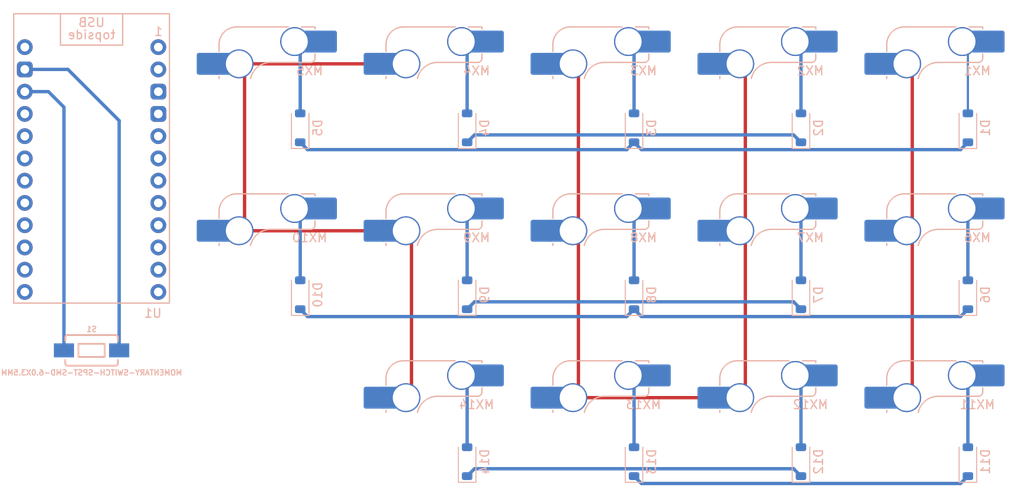
<source format=kicad_pcb>
(kicad_pcb (version 20221018) (generator pcbnew)
  (layers (0 "F.Cu" signal) (31 "B.Cu" signal) (34 "B.Paste" user) (35 "F.Paste" user) (36 "B.SilkS" user "B.Silkscreen") (37 "F.SilkS" user "F.Silkscreen") (38 "B.Mask" user) (39 "F.Mask" user) (44 "Edge.Cuts" user))
  (net 0 "")
  (net 1 "ROW0")
  (net 2 "Net-(D1-A)")
  (net 3 "ROW1")
  (net 4 "Net-(D2-A)")
  (net 5 "Net-(D3-A)")
  (net 6 "Net-(D4-A)")
  (net 7 "ROW2")
  (net 8 "Net-(D5-A)")
  (net 9 "ROW3")
  (net 10 "Net-(D6-A)")
  (net 11 "Net-(D7-A)")
  (net 12 "Net-(D8-A)")
  (net 13 "ROW4")
  (net 14 "Net-(D9-A)")
  (net 15 "ROW5")
  (net 16 "Net-(D10-A)")
  (net 17 "Net-(D11-A)")
  (net 18 "Net-(D12-A)")
  (net 19 "Net-(D13-A)")
  (net 20 "Net-(D14-A)")
  (net 21 "COL0")
  (net 22 "COL1")
  (net 23 "GND")
  (net 24 "Net-(U1-RST)")
  (net 47 "COL2")
  (footprint "marbastlib-mx:SW_MX_HS_1u" (layer "B.Cu") (at 153.9875 65.0875 180)
    (fp_text reference "MX2" (at -4.25 1.75) (layer "B.SilkS") (effects (justify mirror)))
    (fp_text value "MX_SW_HS" hide)
    (pad "" np_thru_hole circle (at -5.08 0 180) (size 1.75 1.75) (drill 1.75) (layers "*.Cu" "*.Mask"))
    (pad "" np_thru_hole circle (at 0 0 180) (size 3.9878 3.9878) (drill 3.9878) (layers "*.Cu" "*.Mask"))
    (pad "" np_thru_hole circle (at 5.08 0 180) (size 1.75 1.75) (drill 1.75) (layers "*.Cu" "*.Mask"))
    (pad "1" thru_hole circle (at 3.81 2.54 180) (size 3.3 3.3) (drill 3) (layers "*.Cu" "*.Mask") (net 22 "COL1"))
    (pad "1" smd rect (at 5.635 2.54) (size 1.65 2.5) (layers "B.Cu") (net 22 "COL1"))
    (pad "1" smd roundrect (at 7.36 2.54 180) (size 2.55 2.5) (layers "B.Cu" "B.Paste" "B.Mask") (roundrect_rratio 0.1) (net 22 "COL1"))
    (pad "2" smd roundrect (at -6.09 5.08 180) (size 2.55 2.5) (layers "B.Cu" "B.Paste" "B.Mask") (roundrect_rratio 0.1) (net 4 "Net-(D2-A)"))
    (pad "2" smd rect (at -4.34 5.08 180) (size 1.65 2.5) (layers "B.Cu") (net 4 "Net-(D2-A)"))
    (pad "2" thru_hole circle (at -2.54 5.08 180) (size 3.3 3.3) (drill 3) (layers "*.Cu" "*.Mask") (net 4 "Net-(D2-A)"))
  )
  (footprint "marbastlib-mx:SW_MX_HS_1u" (layer "B.Cu") (at 96.8375 65.0875 180)
    (fp_text reference "MX5" (at -4.25 1.75) (layer "B.SilkS") (effects (justify mirror)))
    (fp_text value "MX_SW_HS" hide)
    (pad "" np_thru_hole circle (at -5.08 0 180) (size 1.75 1.75) (drill 1.75) (layers "*.Cu" "*.Mask"))
    (pad "" np_thru_hole circle (at 0 0 180) (size 3.9878 3.9878) (drill 3.9878) (layers "*.Cu" "*.Mask"))
    (pad "" np_thru_hole circle (at 5.08 0 180) (size 1.75 1.75) (drill 1.75) (layers "*.Cu" "*.Mask"))
    (pad "1" thru_hole circle (at 3.81 2.54 180) (size 3.3 3.3) (drill 3) (layers "*.Cu" "*.Mask") (net 21 "COL0"))
    (pad "1" smd rect (at 5.635 2.54) (size 1.65 2.5) (layers "B.Cu") (net 21 "COL0"))
    (pad "1" smd roundrect (at 7.36 2.54 180) (size 2.55 2.5) (layers "B.Cu" "B.Paste" "B.Mask") (roundrect_rratio 0.1) (net 21 "COL0"))
    (pad "2" smd roundrect (at -6.09 5.08 180) (size 2.55 2.5) (layers "B.Cu" "B.Paste" "B.Mask") (roundrect_rratio 0.1) (net 8 "Net-(D5-A)"))
    (pad "2" smd rect (at -4.34 5.08 180) (size 1.65 2.5) (layers "B.Cu") (net 8 "Net-(D5-A)"))
    (pad "2" thru_hole circle (at -2.54 5.08 180) (size 3.3 3.3) (drill 3) (layers "*.Cu" "*.Mask") (net 8 "Net-(D5-A)"))
  )
  (footprint "Switches:TACTILE_SWITCH_SMD_6.0X3.5MM" (layer "B.Cu") (at 76.2 95.25 180)
    (fp_text reference "S1" (at 0 2.413) (layer "B.SilkS") (effects (font (size 0.6096 0.6096) (thickness 0.127)) (justify mirror)))
    (fp_text value "MOMENTARY-SWITCH-SPST-SMD-6.0X3.5MM" (at 0 -2.54) (layer "B.SilkS") (effects (font (size 0.6096 0.6096) (thickness 0.127)) (justify mirror)))
    (pad "1" smd rect (at -3.1496 0) (size 2.2987 1.59766) (layers "B.Cu" "B.Paste" "B.Mask") (net 23 "GND"))
    (pad "2" smd rect (at 3.1496 0) (size 2.2987 1.59766) (layers "B.Cu" "B.Paste" "B.Mask") (net 24 "Net-(U1-RST)"))
  )
  (footprint "marbastlib-mx:SW_MX_HS_1u" (layer "B.Cu") (at 173.0375 84.1375 180)
    (fp_text reference "MX6" (at -4.25 1.75) (layer "B.SilkS") (effects (justify mirror)))
    (fp_text value "MX_SW_HS" hide)
    (pad "" np_thru_hole circle (at -5.08 0 180) (size 1.75 1.75) (drill 1.75) (layers "*.Cu" "*.Mask"))
    (pad "" np_thru_hole circle (at 0 0 180) (size 3.9878 3.9878) (drill 3.9878) (layers "*.Cu" "*.Mask"))
    (pad "" np_thru_hole circle (at 5.08 0 180) (size 1.75 1.75) (drill 1.75) (layers "*.Cu" "*.Mask"))
    (pad "1" thru_hole circle (at 3.81 2.54 180) (size 3.3 3.3) (drill 3) (layers "*.Cu" "*.Mask") (net 47 "COL2"))
    (pad "1" smd rect (at 5.635 2.54) (size 1.65 2.5) (layers "B.Cu") (net 47 "COL2"))
    (pad "1" smd roundrect (at 7.36 2.54 180) (size 2.55 2.5) (layers "B.Cu" "B.Paste" "B.Mask") (roundrect_rratio 0.1) (net 47 "COL2"))
    (pad "2" smd roundrect (at -6.09 5.08 180) (size 2.55 2.5) (layers "B.Cu" "B.Paste" "B.Mask") (roundrect_rratio 0.1) (net 10 "Net-(D6-A)"))
    (pad "2" smd rect (at -4.34 5.08 180) (size 1.65 2.5) (layers "B.Cu") (net 10 "Net-(D6-A)"))
    (pad "2" thru_hole circle (at -2.54 5.08 180) (size 3.3 3.3) (drill 3) (layers "*.Cu" "*.Mask") (net 10 "Net-(D6-A)"))
  )
  (footprint "marbastlib-mx:SW_MX_HS_1u" (layer "B.Cu") (at 134.9375 103.1875 180)
    (fp_text reference "MX13" (at -4.25 1.75) (layer "B.SilkS") (effects (justify mirror)))
    (fp_text value "MX_SW_HS" hide)
    (pad "" np_thru_hole circle (at -5.08 0 180) (size 1.75 1.75) (drill 1.75) (layers "*.Cu" "*.Mask"))
    (pad "" np_thru_hole circle (at 0 0 180) (size 3.9878 3.9878) (drill 3.9878) (layers "*.Cu" "*.Mask"))
    (pad "" np_thru_hole circle (at 5.08 0 180) (size 1.75 1.75) (drill 1.75) (layers "*.Cu" "*.Mask"))
    (pad "1" thru_hole circle (at 3.81 2.54 180) (size 3.3 3.3) (drill 3) (layers "*.Cu" "*.Mask") (net 22 "COL1"))
    (pad "1" smd rect (at 5.635 2.54) (size 1.65 2.5) (layers "B.Cu") (net 22 "COL1"))
    (pad "1" smd roundrect (at 7.36 2.54 180) (size 2.55 2.5) (layers "B.Cu" "B.Paste" "B.Mask") (roundrect_rratio 0.1) (net 22 "COL1"))
    (pad "2" smd roundrect (at -6.09 5.08 180) (size 2.55 2.5) (layers "B.Cu" "B.Paste" "B.Mask") (roundrect_rratio 0.1) (net 19 "Net-(D13-A)"))
    (pad "2" smd rect (at -4.34 5.08 180) (size 1.65 2.5) (layers "B.Cu") (net 19 "Net-(D13-A)"))
    (pad "2" thru_hole circle (at -2.54 5.08 180) (size 3.3 3.3) (drill 3) (layers "*.Cu" "*.Mask") (net 19 "Net-(D13-A)"))
  )
  (footprint "Diode_SMD:D_SOD-123" (layer "B.Cu") (at 157.1625 69.85 90)
    (fp_text reference "D2" (at 0 2 90) (layer "B.SilkS") (effects (justify mirror)))
    (fp_text value "D_Small")
    (pad "1" smd roundrect (at -1.65 0 90) (size 0.9 1.2) (layers "B.Cu" "B.Paste" "B.Mask") (net 1 "ROW0"))
    (pad "2" smd roundrect (at 1.65 0 90) (size 0.9 1.2) (layers "B.Cu" "B.Paste" "B.Mask") (net 4 "Net-(D2-A)"))
  )
  (footprint "Diode_SMD:D_SOD-123" (layer "B.Cu") (at 119.0625 107.95 90)
    (fp_text reference "D14" (at 0 2 90) (layer "B.SilkS") (effects (justify mirror)))
    (fp_text value "D_Small")
    (pad "1" smd roundrect (at -1.65 0 90) (size 0.9 1.2) (layers "B.Cu" "B.Paste" "B.Mask") (net 13 "ROW4"))
    (pad "2" smd roundrect (at 1.65 0 90) (size 0.9 1.2) (layers "B.Cu" "B.Paste" "B.Mask") (net 20 "Net-(D14-A)"))
  )
  (footprint "marbastlib-mx:SW_MX_HS_1u" (layer "B.Cu") (at 153.9875 103.1875 180)
    (fp_text reference "MX12" (at -4.25 1.75) (layer "B.SilkS") (effects (justify mirror)))
    (fp_text value "MX_SW_HS" hide)
    (pad "" np_thru_hole circle (at -5.08 0 180) (size 1.75 1.75) (drill 1.75) (layers "*.Cu" "*.Mask"))
    (pad "" np_thru_hole circle (at 0 0 180) (size 3.9878 3.9878) (drill 3.9878) (layers "*.Cu" "*.Mask"))
    (pad "" np_thru_hole circle (at 5.08 0 180) (size 1.75 1.75) (drill 1.75) (layers "*.Cu" "*.Mask"))
    (pad "1" thru_hole circle (at 3.81 2.54 180) (size 3.3 3.3) (drill 3) (layers "*.Cu" "*.Mask") (net 22 "COL1"))
    (pad "1" smd rect (at 5.635 2.54) (size 1.65 2.5) (layers "B.Cu") (net 22 "COL1"))
    (pad "1" smd roundrect (at 7.36 2.54 180) (size 2.55 2.5) (layers "B.Cu" "B.Paste" "B.Mask") (roundrect_rratio 0.1) (net 22 "COL1"))
    (pad "2" smd roundrect (at -6.09 5.08 180) (size 2.55 2.5) (layers "B.Cu" "B.Paste" "B.Mask") (roundrect_rratio 0.1) (net 18 "Net-(D12-A)"))
    (pad "2" smd rect (at -4.34 5.08 180) (size 1.65 2.5) (layers "B.Cu") (net 18 "Net-(D12-A)"))
    (pad "2" thru_hole circle (at -2.54 5.08 180) (size 3.3 3.3) (drill 3) (layers "*.Cu" "*.Mask") (net 18 "Net-(D12-A)"))
  )
  (footprint "marbastlib-mx:SW_MX_HS_1u" (layer "B.Cu") (at 173.0375 103.1875 180)
    (fp_text reference "MX11" (at -4.25 1.75) (layer "B.SilkS") (effects (justify mirror)))
    (fp_text value "MX_SW_HS" hide)
    (pad "" np_thru_hole circle (at -5.08 0 180) (size 1.75 1.75) (drill 1.75) (layers "*.Cu" "*.Mask"))
    (pad "" np_thru_hole circle (at 0 0 180) (size 3.9878 3.9878) (drill 3.9878) (layers "*.Cu" "*.Mask"))
    (pad "" np_thru_hole circle (at 5.08 0 180) (size 1.75 1.75) (drill 1.75) (layers "*.Cu" "*.Mask"))
    (pad "1" thru_hole circle (at 3.81 2.54 180) (size 3.3 3.3) (drill 3) (layers "*.Cu" "*.Mask") (net 47 "COL2"))
    (pad "1" smd rect (at 5.635 2.54) (size 1.65 2.5) (layers "B.Cu") (net 47 "COL2"))
    (pad "1" smd roundrect (at 7.36 2.54 180) (size 2.55 2.5) (layers "B.Cu" "B.Paste" "B.Mask") (roundrect_rratio 0.1) (net 47 "COL2"))
    (pad "2" smd roundrect (at -6.09 5.08 180) (size 2.55 2.5) (layers "B.Cu" "B.Paste" "B.Mask") (roundrect_rratio 0.1) (net 17 "Net-(D11-A)"))
    (pad "2" smd rect (at -4.34 5.08 180) (size 1.65 2.5) (layers "B.Cu") (net 17 "Net-(D11-A)"))
    (pad "2" thru_hole circle (at -2.54 5.08 180) (size 3.3 3.3) (drill 3) (layers "*.Cu" "*.Mask") (net 17 "Net-(D11-A)"))
  )
  (footprint "Diode_SMD:D_SOD-123" (layer "B.Cu") (at 157.1625 88.9 90)
    (fp_text reference "D7" (at 0 2 90) (layer "B.SilkS") (effects (justify mirror)))
    (fp_text value "D_Small")
    (pad "1" smd roundrect (at -1.65 0 90) (size 0.9 1.2) (layers "B.Cu" "B.Paste" "B.Mask") (net 7 "ROW2"))
    (pad "2" smd roundrect (at 1.65 0 90) (size 0.9 1.2) (layers "B.Cu" "B.Paste" "B.Mask") (net 11 "Net-(D7-A)"))
  )
  (footprint "marbastlib-mx:SW_MX_HS_1u" (layer "B.Cu") (at 153.9875 84.1375 180)
    (fp_text reference "MX7" (at -4.25 1.75) (layer "B.SilkS") (effects (justify mirror)))
    (fp_text value "MX_SW_HS" hide)
    (pad "" np_thru_hole circle (at -5.08 0 180) (size 1.75 1.75) (drill 1.75) (layers "*.Cu" "*.Mask"))
    (pad "" np_thru_hole circle (at 0 0 180) (size 3.9878 3.9878) (drill 3.9878) (layers "*.Cu" "*.Mask"))
    (pad "" np_thru_hole circle (at 5.08 0 180) (size 1.75 1.75) (drill 1.75) (layers "*.Cu" "*.Mask"))
    (pad "1" thru_hole circle (at 3.81 2.54 180) (size 3.3 3.3) (drill 3) (layers "*.Cu" "*.Mask") (net 22 "COL1"))
    (pad "1" smd rect (at 5.635 2.54) (size 1.65 2.5) (layers "B.Cu") (net 22 "COL1"))
    (pad "1" smd roundrect (at 7.36 2.54 180) (size 2.55 2.5) (layers "B.Cu" "B.Paste" "B.Mask") (roundrect_rratio 0.1) (net 22 "COL1"))
    (pad "2" smd roundrect (at -6.09 5.08 180) (size 2.55 2.5) (layers "B.Cu" "B.Paste" "B.Mask") (roundrect_rratio 0.1) (net 11 "Net-(D7-A)"))
    (pad "2" smd rect (at -4.34 5.08 180) (size 1.65 2.5) (layers "B.Cu") (net 11 "Net-(D7-A)"))
    (pad "2" thru_hole circle (at -2.54 5.08 180) (size 3.3 3.3) (drill 3) (layers "*.Cu" "*.Mask") (net 11 "Net-(D7-A)"))
  )
  (footprint "Diode_SMD:D_SOD-123" (layer "B.Cu") (at 100.0125 88.9 90)
    (fp_text reference "D10" (at 0 2 90) (layer "B.SilkS") (effects (justify mirror)))
    (fp_text value "D_Small")
    (pad "1" smd roundrect (at -1.65 0 90) (size 0.9 1.2) (layers "B.Cu" "B.Paste" "B.Mask") (net 9 "ROW3"))
    (pad "2" smd roundrect (at 1.65 0 90) (size 0.9 1.2) (layers "B.Cu" "B.Paste" "B.Mask") (net 16 "Net-(D10-A)"))
  )
  (footprint "Diode_SMD:D_SOD-123" (layer "B.Cu") (at 176.2125 107.95 90)
    (fp_text reference "D11" (at 0 2 90) (layer "B.SilkS") (effects (justify mirror)))
    (fp_text value "D_Small")
    (pad "1" smd roundrect (at -1.65 0 90) (size 0.9 1.2) (layers "B.Cu" "B.Paste" "B.Mask") (net 15 "ROW5"))
    (pad "2" smd roundrect (at 1.65 0 90) (size 0.9 1.2) (layers "B.Cu" "B.Paste" "B.Mask") (net 17 "Net-(D11-A)"))
  )
  (footprint "marbastlib-mx:SW_MX_HS_1u" (layer "B.Cu") (at 96.8375 84.1375 180)
    (fp_text reference "MX10" (at -4.25 1.75) (layer "B.SilkS") (effects (justify mirror)))
    (fp_text value "MX_SW_HS" hide)
    (pad "" np_thru_hole circle (at -5.08 0 180) (size 1.75 1.75) (drill 1.75) (layers "*.Cu" "*.Mask"))
    (pad "" np_thru_hole circle (at 0 0 180) (size 3.9878 3.9878) (drill 3.9878) (layers "*.Cu" "*.Mask"))
    (pad "" np_thru_hole circle (at 5.08 0 180) (size 1.75 1.75) (drill 1.75) (layers "*.Cu" "*.Mask"))
    (pad "1" thru_hole circle (at 3.81 2.54 180) (size 3.3 3.3) (drill 3) (layers "*.Cu" "*.Mask") (net 21 "COL0"))
    (pad "1" smd rect (at 5.635 2.54) (size 1.65 2.5) (layers "B.Cu") (net 21 "COL0"))
    (pad "1" smd roundrect (at 7.36 2.54 180) (size 2.55 2.5) (layers "B.Cu" "B.Paste" "B.Mask") (roundrect_rratio 0.1) (net 21 "COL0"))
    (pad "2" smd roundrect (at -6.09 5.08 180) (size 2.55 2.5) (layers "B.Cu" "B.Paste" "B.Mask") (roundrect_rratio 0.1) (net 16 "Net-(D10-A)"))
    (pad "2" smd rect (at -4.34 5.08 180) (size 1.65 2.5) (layers "B.Cu") (net 16 "Net-(D10-A)"))
    (pad "2" thru_hole circle (at -2.54 5.08 180) (size 3.3 3.3) (drill 3) (layers "*.Cu" "*.Mask") (net 16 "Net-(D10-A)"))
  )
  (footprint "marbastlib-mx:SW_MX_HS_1u" (layer "B.Cu") (at 115.8875 65.0875 180)
    (fp_text reference "MX4" (at -4.25 1.75) (layer "B.SilkS") (effects (justify mirror)))
    (fp_text value "MX_SW_HS" hide)
    (pad "" np_thru_hole circle (at -5.08 0 180) (size 1.75 1.75) (drill 1.75) (layers "*.Cu" "*.Mask"))
    (pad "" np_thru_hole circle (at 0 0 180) (size 3.9878 3.9878) (drill 3.9878) (layers "*.Cu" "*.Mask"))
    (pad "" np_thru_hole circle (at 5.08 0 180) (size 1.75 1.75) (drill 1.75) (layers "*.Cu" "*.Mask"))
    (pad "1" thru_hole circle (at 3.81 2.54 180) (size 3.3 3.3) (drill 3) (layers "*.Cu" "*.Mask") (net 21 "COL0"))
    (pad "1" smd rect (at 5.635 2.54) (size 1.65 2.5) (layers "B.Cu") (net 21 "COL0"))
    (pad "1" smd roundrect (at 7.36 2.54 180) (size 2.55 2.5) (layers "B.Cu" "B.Paste" "B.Mask") (roundrect_rratio 0.1) (net 21 "COL0"))
    (pad "2" smd roundrect (at -6.09 5.08 180) (size 2.55 2.5) (layers "B.Cu" "B.Paste" "B.Mask") (roundrect_rratio 0.1) (net 6 "Net-(D4-A)"))
    (pad "2" smd rect (at -4.34 5.08 180) (size 1.65 2.5) (layers "B.Cu") (net 6 "Net-(D4-A)"))
    (pad "2" thru_hole circle (at -2.54 5.08 180) (size 3.3 3.3) (drill 3) (layers "*.Cu" "*.Mask") (net 6 "Net-(D4-A)"))
  )
  (footprint "marbastlib-mx:SW_MX_HS_1u" (layer "B.Cu") (at 134.9375 84.1375 180)
    (fp_text reference "MX8" (at -4.25 1.75) (layer "B.SilkS") (effects (justify mirror)))
    (fp_text value "MX_SW_HS" hide)
    (pad "" np_thru_hole circle (at -5.08 0 180) (size 1.75 1.75) (drill 1.75) (layers "*.Cu" "*.Mask"))
    (pad "" np_thru_hole circle (at 0 0 180) (size 3.9878 3.9878) (drill 3.9878) (layers "*.Cu" "*.Mask"))
    (pad "" np_thru_hole circle (at 5.08 0 180) (size 1.75 1.75) (drill 1.75) (layers "*.Cu" "*.Mask"))
    (pad "1" thru_hole circle (at 3.81 2.54 180) (size 3.3 3.3) (drill 3) (layers "*.Cu" "*.Mask") (net 22 "COL1"))
    (pad "1" smd rect (at 5.635 2.54) (size 1.65 2.5) (layers "B.Cu") (net 22 "COL1"))
    (pad "1" smd roundrect (at 7.36 2.54 180) (size 2.55 2.5) (layers "B.Cu" "B.Paste" "B.Mask") (roundrect_rratio 0.1) (net 22 "COL1"))
    (pad "2" smd roundrect (at -6.09 5.08 180) (size 2.55 2.5) (layers "B.Cu" "B.Paste" "B.Mask") (roundrect_rratio 0.1) (net 12 "Net-(D8-A)"))
    (pad "2" smd rect (at -4.34 5.08 180) (size 1.65 2.5) (layers "B.Cu") (net 12 "Net-(D8-A)"))
    (pad "2" thru_hole circle (at -2.54 5.08 180) (size 3.3 3.3) (drill 3) (layers "*.Cu" "*.Mask") (net 12 "Net-(D8-A)"))
  )
  (footprint "Diode_SMD:D_SOD-123" (layer "B.Cu") (at 119.0625 69.85 90)
    (fp_text reference "D4" (at 0 2 90) (layer "B.SilkS") (effects (justify mirror)))
    (fp_text value "D_Small")
    (pad "1" smd roundrect (at -1.65 0 90) (size 0.9 1.2) (layers "B.Cu" "B.Paste" "B.Mask") (net 1 "ROW0"))
    (pad "2" smd roundrect (at 1.65 0 90) (size 0.9 1.2) (layers "B.Cu" "B.Paste" "B.Mask") (net 6 "Net-(D4-A)"))
  )
  (footprint "marbastlib-mx:SW_MX_HS_1u" (layer "B.Cu") (at 173.0375 65.0875 180)
    (fp_text reference "MX1" (at -4.25 1.75) (layer "B.SilkS") (effects (justify mirror)))
    (fp_text value "MX_SW_HS" hide)
    (pad "" np_thru_hole circle (at -5.08 0 180) (size 1.75 1.75) (drill 1.75) (layers "*.Cu" "*.Mask"))
    (pad "" np_thru_hole circle (at 0 0 180) (size 3.9878 3.9878) (drill 3.9878) (layers "*.Cu" "*.Mask"))
    (pad "" np_thru_hole circle (at 5.08 0 180) (size 1.75 1.75) (drill 1.75) (layers "*.Cu" "*.Mask"))
    (pad "1" thru_hole circle (at 3.81 2.54 180) (size 3.3 3.3) (drill 3) (layers "*.Cu" "*.Mask") (net 47 "COL2"))
    (pad "1" smd rect (at 5.635 2.54) (size 1.65 2.5) (layers "B.Cu") (net 47 "COL2"))
    (pad "1" smd roundrect (at 7.36 2.54 180) (size 2.55 2.5) (layers "B.Cu" "B.Paste" "B.Mask") (roundrect_rratio 0.1) (net 47 "COL2"))
    (pad "2" smd roundrect (at -6.09 5.08 180) (size 2.55 2.5) (layers "B.Cu" "B.Paste" "B.Mask") (roundrect_rratio 0.1) (net 2 "Net-(D1-A)"))
    (pad "2" smd rect (at -4.34 5.08 180) (size 1.65 2.5) (layers "B.Cu") (net 2 "Net-(D1-A)"))
    (pad "2" thru_hole circle (at -2.54 5.08 180) (size 3.3 3.3) (drill 3) (layers "*.Cu" "*.Mask") (net 2 "Net-(D1-A)"))
  )
  (footprint "Diode_SMD:D_SOD-123" (layer "B.Cu") (at 100.0125 69.85 90)
    (fp_text reference "D5" (at 0 2 90) (layer "B.SilkS") (effects (justify mirror)))
    (fp_text value "D_Small")
    (pad "1" smd roundrect (at -1.65 0 90) (size 0.9 1.2) (layers "B.Cu" "B.Paste" "B.Mask") (net 3 "ROW1"))
    (pad "2" smd roundrect (at 1.65 0 90) (size 0.9 1.2) (layers "B.Cu" "B.Paste" "B.Mask") (net 8 "Net-(D5-A)"))
  )
  (footprint "Diode_SMD:D_SOD-123" (layer "B.Cu") (at 119.0625 88.9 90)
    (fp_text reference "D9" (at 0 2 90) (layer "B.SilkS") (effects (justify mirror)))
    (fp_text value "D_Small")
    (pad "1" smd roundrect (at -1.65 0 90) (size 0.9 1.2) (layers "B.Cu" "B.Paste" "B.Mask") (net 7 "ROW2"))
    (pad "2" smd roundrect (at 1.65 0 90) (size 0.9 1.2) (layers "B.Cu" "B.Paste" "B.Mask") (net 14 "Net-(D9-A)"))
  )
  (footprint "marbastlib-mx:SW_MX_HS_1u" (layer "B.Cu") (at 115.8875 103.1875 180)
    (fp_text reference "MX14" (at -4.25 1.75) (layer "B.SilkS") (effects (justify mirror)))
    (fp_text value "MX_SW_HS" hide)
    (pad "" np_thru_hole circle (at -5.08 0 180) (size 1.75 1.75) (drill 1.75) (layers "*.Cu" "*.Mask"))
    (pad "" np_thru_hole circle (at 0 0 180) (size 3.9878 3.9878) (drill 3.9878) (layers "*.Cu" "*.Mask"))
    (pad "" np_thru_hole circle (at 5.08 0 180) (size 1.75 1.75) (drill 1.75) (layers "*.Cu" "*.Mask"))
    (pad "1" thru_hole circle (at 3.81 2.54 180) (size 3.3 3.3) (drill 3) (layers "*.Cu" "*.Mask") (net 21 "COL0"))
    (pad "1" smd rect (at 5.635 2.54) (size 1.65 2.5) (layers "B.Cu") (net 21 "COL0"))
    (pad "1" smd roundrect (at 7.36 2.54 180) (size 2.55 2.5) (layers "B.Cu" "B.Paste" "B.Mask") (roundrect_rratio 0.1) (net 21 "COL0"))
    (pad "2" smd roundrect (at -6.09 5.08 180) (size 2.55 2.5) (layers "B.Cu" "B.Paste" "B.Mask") (roundrect_rratio 0.1) (net 20 "Net-(D14-A)"))
    (pad "2" smd rect (at -4.34 5.08 180) (size 1.65 2.5) (layers "B.Cu") (net 20 "Net-(D14-A)"))
    (pad "2" thru_hole circle (at -2.54 5.08 180) (size 3.3 3.3) (drill 3) (layers "*.Cu" "*.Mask") (net 20 "Net-(D14-A)"))
  )
  (footprint "marbastlib-mx:SW_MX_HS_1u" (layer "B.Cu") (at 134.9375 65.0875 180)
    (fp_text reference "MX3" (at -4.25 1.75) (layer "B.SilkS") (effects (justify mirror)))
    (fp_text value "MX_SW_HS" hide)
    (pad "" np_thru_hole circle (at -5.08 0 180) (size 1.75 1.75) (drill 1.75) (layers "*.Cu" "*.Mask"))
    (pad "" np_thru_hole circle (at 0 0 180) (size 3.9878 3.9878) (drill 3.9878) (layers "*.Cu" "*.Mask"))
    (pad "" np_thru_hole circle (at 5.08 0 180) (size 1.75 1.75) (drill 1.75) (layers "*.Cu" "*.Mask"))
    (pad "1" thru_hole circle (at 3.81 2.54 180) (size 3.3 3.3) (drill 3) (layers "*.Cu" "*.Mask") (net 22 "COL1"))
    (pad "1" smd rect (at 5.635 2.54) (size 1.65 2.5) (layers "B.Cu") (net 22 "COL1"))
    (pad "1" smd roundrect (at 7.36 2.54 180) (size 2.55 2.5) (layers "B.Cu" "B.Paste" "B.Mask") (roundrect_rratio 0.1) (net 22 "COL1"))
    (pad "2" smd roundrect (at -6.09 5.08 180) (size 2.55 2.5) (layers "B.Cu" "B.Paste" "B.Mask") (roundrect_rratio 0.1) (net 5 "Net-(D3-A)"))
    (pad "2" smd rect (at -4.34 5.08 180) (size 1.65 2.5) (layers "B.Cu") (net 5 "Net-(D3-A)"))
    (pad "2" thru_hole circle (at -2.54 5.08 180) (size 3.3 3.3) (drill 3) (layers "*.Cu" "*.Mask") (net 5 "Net-(D3-A)"))
  )
  (footprint "Diode_SMD:D_SOD-123" (layer "B.Cu") (at 138.1125 107.95 90)
    (fp_text reference "D13" (at 0 2 90) (layer "B.SilkS") (effects (justify mirror)))
    (fp_text value "D_Small")
    (pad "1" smd roundrect (at -1.65 0 90) (size 0.9 1.2) (layers "B.Cu" "B.Paste" "B.Mask") (net 15 "ROW5"))
    (pad "2" smd roundrect (at 1.65 0 90) (size 0.9 1.2) (layers "B.Cu" "B.Paste" "B.Mask") (net 19 "Net-(D13-A)"))
  )
  (footprint "marbastlib-xp-promicroish:ProMicro_USBup" (layer "B.Cu") (at 76.2 74.6125 180)
    (fp_text reference "U1" (at -7 -16.4 unlocked) (layer "B.SilkS") (effects (justify mirror)))
    (fp_text value "ProMicro")
    (fp_text user "1" (at -7.62 15.17) (layer "B.SilkS") (effects (justify bottom mirror)))
    (fp_text user "topside" (at 0 14.8 unlocked) (layer "B.SilkS") (effects (justify bottom mirror)))
    (fp_text user "USB" (at 0 16.2 unlocked) (layer "B.SilkS") (effects (justify bottom mirror)))
    (pad "1" thru_hole circle (at -7.62 13.97 180) (size 1.8 1.8) (drill 1) (layers "*.Cu" "F.Mask"))
    (pad "2" thru_hole circle (at -7.62 11.43 180) (size 1.8 1.8) (drill 1) (layers "*.Cu" "F.Mask"))
    (pad "3" thru_hole roundrect (at -7.62 8.89 180) (size 1.8 1.8) (drill 1) (layers "*.Cu" "F.Mask"))
    (pad "4" thru_hole roundrect (at -7.62 6.35 180) (size 1.8 1.8) (drill 1) (layers "*.Cu" "F.Mask"))
    (pad "5" thru_hole circle (at -7.62 3.81 180) (size 1.8 1.8) (drill 1) (layers "*.Cu" "F.Mask"))
    (pad "6" thru_hole circle (at -7.62 1.27 180) (size 1.8 1.8) (drill 1) (layers "*.Cu" "F.Mask"))
    (pad "7" thru_hole circle (at -7.62 -1.27 180) (size 1.8 1.8) (drill 1) (layers "*.Cu" "F.Mask"))
    (pad "8" thru_hole circle (at -7.62 -3.81 180) (size 1.8 1.8) (drill 1) (layers "*.Cu" "F.Mask"))
    (pad "9" thru_hole circle (at -7.62 -6.35 180) (size 1.8 1.8) (drill 1) (layers "*.Cu" "F.Mask"))
    (pad "10" thru_hole circle (at -7.62 -8.89 180) (size 1.8 1.8) (drill 1) (layers "*.Cu" "F.Mask"))
    (pad "11" thru_hole circle (at -7.62 -11.43 180) (size 1.8 1.8) (drill 1) (layers "*.Cu" "F.Mask"))
    (pad "12" thru_hole circle (at -7.62 -13.97 180) (size 1.8 1.8) (drill 1) (layers "*.Cu" "F.Mask"))
    (pad "13" thru_hole circle (at 7.62 13.97 180) (size 1.8 1.8) (drill 1) (layers "*.Cu" "F.Mask"))
    (pad "14" thru_hole roundrect (at 7.62 11.43 180) (size 1.8 1.8) (drill 1) (layers "*.Cu" "F.Mask") (net 23 "GND"))
    (pad "15" thru_hole circle (at 7.62 8.89 180) (size 1.8 1.8) (drill 1) (layers "*.Cu" "F.Mask") (net 24 "Net-(U1-RST)"))
    (pad "16" thru_hole circle (at 7.62 6.35 180) (size 1.8 1.8) (drill 1) (layers "*.Cu" "F.Mask"))
    (pad "17" thru_hole circle (at 7.62 3.81 180) (size 1.8 1.8) (drill 1) (layers "*.Cu" "F.Mask"))
    (pad "18" thru_hole circle (at 7.62 1.27 180) (size 1.8 1.8) (drill 1) (layers "*.Cu" "F.Mask"))
    (pad "19" thru_hole circle (at 7.62 -1.27 180) (size 1.8 1.8) (drill 1) (layers "*.Cu" "F.Mask"))
    (pad "20" thru_hole circle (at 7.62 -3.81 180) (size 1.8 1.8) (drill 1) (layers "*.Cu" "F.Mask"))
    (pad "21" thru_hole circle (at 7.62 -6.35 180) (size 1.8 1.8) (drill 1) (layers "*.Cu" "F.Mask"))
    (pad "22" thru_hole circle (at 7.62 -8.89 180) (size 1.8 1.8) (drill 1) (layers "*.Cu" "F.Mask"))
    (pad "23" thru_hole circle (at 7.62 -11.43 180) (size 1.8 1.8) (drill 1) (layers "*.Cu" "F.Mask"))
    (pad "24" thru_hole circle (at 7.62 -13.97 180) (size 1.8 1.8) (drill 1) (layers "*.Cu" "F.Mask"))
  )
  (footprint "Diode_SMD:D_SOD-123" (layer "B.Cu") (at 176.2125 88.9 90)
    (fp_text reference "D6" (at 0 2 90) (layer "B.SilkS") (effects (justify mirror)))
    (fp_text value "D_Small")
    (pad "1" smd roundrect (at -1.65 0 90) (size 0.9 1.2) (layers "B.Cu" "B.Paste" "B.Mask") (net 9 "ROW3"))
    (pad "2" smd roundrect (at 1.65 0 90) (size 0.9 1.2) (layers "B.Cu" "B.Paste" "B.Mask") (net 10 "Net-(D6-A)"))
  )
  (footprint "Diode_SMD:D_SOD-123" (layer "B.Cu") (at 138.1125 69.85 90)
    (fp_text reference "D3" (at 0 2 90) (layer "B.SilkS") (effects (justify mirror)))
    (fp_text value "D_Small")
    (pad "1" smd roundrect (at -1.65 0 90) (size 0.9 1.2) (layers "B.Cu" "B.Paste" "B.Mask") (net 3 "ROW1"))
    (pad "2" smd roundrect (at 1.65 0 90) (size 0.9 1.2) (layers "B.Cu" "B.Paste" "B.Mask") (net 5 "Net-(D3-A)"))
  )
  (footprint "Diode_SMD:D_SOD-123" (layer "B.Cu") (at 157.1625 107.95 90)
    (fp_text reference "D12" (at 0 2 90) (layer "B.SilkS") (effects (justify mirror)))
    (fp_text value "D_Small")
    (pad "1" smd roundrect (at -1.65 0 90) (size 0.9 1.2) (layers "B.Cu" "B.Paste" "B.Mask") (net 13 "ROW4"))
    (pad "2" smd roundrect (at 1.65 0 90) (size 0.9 1.2) (layers "B.Cu" "B.Paste" "B.Mask") (net 18 "Net-(D12-A)"))
  )
  (footprint "Diode_SMD:D_SOD-123" (layer "B.Cu") (at 138.1125 88.9 90)
    (fp_text reference "D8" (at 0 2 90) (layer "B.SilkS") (effects (justify mirror)))
    (fp_text value "D_Small")
    (pad "1" smd roundrect (at -1.65 0 90) (size 0.9 1.2) (layers "B.Cu" "B.Paste" "B.Mask") (net 9 "ROW3"))
    (pad "2" smd roundrect (at 1.65 0 90) (size 0.9 1.2) (layers "B.Cu" "B.Paste" "B.Mask") (net 12 "Net-(D8-A)"))
  )
  (footprint "Diode_SMD:D_SOD-123" (layer "B.Cu") (at 176.2125 69.85 90)
    (fp_text reference "D1" (at 0 2 90) (layer "B.SilkS") (effects (justify mirror)))
    (fp_text value "D_Small")
    (pad "1" smd roundrect (at -1.65 0 90) (size 0.9 1.2) (layers "B.Cu" "B.Paste" "B.Mask") (net 3 "ROW1"))
    (pad "2" smd roundrect (at 1.65 0 90) (size 0.9 1.2) (layers "B.Cu" "B.Paste" "B.Mask") (net 2 "Net-(D1-A)"))
  )
  (footprint "marbastlib-mx:SW_MX_HS_1u" (layer "B.Cu") (at 115.8875 84.1375 180)
    (fp_text reference "MX9" (at -4.25 1.75) (layer "B.SilkS") (effects (justify mirror)))
    (fp_text value "MX_SW_HS" hide)
    (pad "" np_thru_hole circle (at -5.08 0 180) (size 1.75 1.75) (drill 1.75) (layers "*.Cu" "*.Mask"))
    (pad "" np_thru_hole circle (at 0 0 180) (size 3.9878 3.9878) (drill 3.9878) (layers "*.Cu" "*.Mask"))
    (pad "" np_thru_hole circle (at 5.08 0 180) (size 1.75 1.75) (drill 1.75) (layers "*.Cu" "*.Mask"))
    (pad "1" thru_hole circle (at 3.81 2.54 180) (size 3.3 3.3) (drill 3) (layers "*.Cu" "*.Mask") (net 21 "COL0"))
    (pad "1" smd rect (at 5.635 2.54) (size 1.65 2.5) (layers "B.Cu") (net 21 "COL0"))
    (pad "1" smd roundrect (at 7.36 2.54 180) (size 2.55 2.5) (layers "B.Cu" "B.Paste" "B.Mask") (roundrect_rratio 0.1) (net 21 "COL0"))
    (pad "2" smd roundrect (at -6.09 5.08 180) (size 2.55 2.5) (layers "B.Cu" "B.Paste" "B.Mask") (roundrect_rratio 0.1) (net 14 "Net-(D9-A)"))
    (pad "2" smd rect (at -4.34 5.08 180) (size 1.65 2.5) (layers "B.Cu") (net 14 "Net-(D9-A)"))
    (pad "2" thru_hole circle (at -2.54 5.08 180) (size 3.3 3.3) (drill 3) (layers "*.Cu" "*.Mask") (net 14 "Net-(D9-A)"))
  )
  (segment (start 156.322 70.6595) (end 119.903 70.6595) (width 0.381) (layer "B.Cu") (net 1))
  (segment (start 157.1625 71.5) (end 156.322 70.6595) (width 0.381) (layer "B.Cu") (net 1))
  (segment (start 119.903 70.6595) (end 119.0625 71.5) (width 0.381) (layer "B.Cu") (net 1))
  (segment (start 177.3775 60.0075) (end 176.2125 61.1725) (width 0.25) (layer "B.Cu") (net 2))
  (segment (start 176.2125 61.1725) (end 176.2125 68.2) (width 0.25) (layer "B.Cu") (net 2))
  (segment (start 138.1125 71.5) (end 137.272 72.3405) (width 0.381) (layer "B.Cu") (net 3))
  (segment (start 138.953 72.3405) (end 138.1125 71.5) (width 0.381) (layer "B.Cu") (net 3))
  (segment (start 137.272 72.3405) (end 100.853 72.3405) (width 0.381) (layer "B.Cu") (net 3))
  (segment (start 176.2125 71.5) (end 175.372 72.3405) (width 0.381) (layer "B.Cu") (net 3))
  (segment (start 100.853 72.3405) (end 100.0125 71.5) (width 0.381) (layer "B.Cu") (net 3))
  (segment (start 175.372 72.3405) (end 138.953 72.3405) (width 0.381) (layer "B.Cu") (net 3))
  (segment (start 158.3275 60.0075) (end 157.1625 61.1725) (width 0.381) (layer "B.Cu") (net 4))
  (segment (start 157.1625 61.1725) (end 157.1625 68.2) (width 0.381) (layer "B.Cu") (net 4))
  (segment (start 138.1125 61.1725) (end 138.1125 68.2) (width 0.381) (layer "B.Cu") (net 5))
  (segment (start 139.2775 60.0075) (end 138.1125 61.1725) (width 0.381) (layer "B.Cu") (net 5))
  (segment (start 119.0625 61.1725) (end 119.0625 68.2) (width 0.381) (layer "B.Cu") (net 6))
  (segment (start 120.2275 60.0075) (end 119.0625 61.1725) (width 0.381) (layer "B.Cu") (net 6))
  (segment (start 119.903 89.7095) (end 119.0625 90.55) (width 0.381) (layer "B.Cu") (net 7))
  (segment (start 157.1625 90.55) (end 156.322 89.7095) (width 0.381) (layer "B.Cu") (net 7))
  (segment (start 156.322 89.7095) (end 119.903 89.7095) (width 0.381) (layer "B.Cu") (net 7))
  (segment (start 101.1775 60.0075) (end 100.0125 61.1725) (width 0.381) (layer "B.Cu") (net 8))
  (segment (start 100.0125 61.1725) (end 100.0125 68.2) (width 0.381) (layer "B.Cu") (net 8))
  (segment (start 176.2125 90.55) (end 175.372 91.3905) (width 0.381) (layer "B.Cu") (net 9))
  (segment (start 100.853 91.3905) (end 100.0125 90.55) (width 0.381) (layer "B.Cu") (net 9))
  (segment (start 138.953 91.3905) (end 138.1125 90.55) (width 0.381) (layer "B.Cu") (net 9))
  (segment (start 175.372 91.3905) (end 138.953 91.3905) (width 0.381) (layer "B.Cu") (net 9))
  (segment (start 137.272 91.3905) (end 100.853 91.3905) (width 0.381) (layer "B.Cu") (net 9))
  (segment (start 138.1125 90.55) (end 137.272 91.3905) (width 0.381) (layer "B.Cu") (net 9))
  (segment (start 176.2125 80.2225) (end 176.2125 87.25) (width 0.381) (layer "B.Cu") (net 10))
  (segment (start 177.3775 79.0575) (end 176.2125 80.2225) (width 0.381) (layer "B.Cu") (net 10))
  (segment (start 158.3275 79.0575) (end 157.1625 80.2225) (width 0.381) (layer "B.Cu") (net 11))
  (segment (start 157.1625 80.2225) (end 157.1625 87.25) (width 0.381) (layer "B.Cu") (net 11))
  (segment (start 138.1125 80.2225) (end 138.1125 87.25) (width 0.381) (layer "B.Cu") (net 12))
  (segment (start 139.2775 79.0575) (end 138.1125 80.2225) (width 0.381) (layer "B.Cu") (net 12))
  (segment (start 156.322 108.7595) (end 119.903 108.7595) (width 0.381) (layer "B.Cu") (net 13))
  (segment (start 157.1625 109.6) (end 156.322 108.7595) (width 0.381) (layer "B.Cu") (net 13))
  (segment (start 119.903 108.7595) (end 119.0625 109.6) (width 0.381) (layer "B.Cu") (net 13))
  (segment (start 120.2275 79.0575) (end 119.0625 80.2225) (width 0.381) (layer "B.Cu") (net 14))
  (segment (start 119.0625 80.2225) (end 119.0625 87.25) (width 0.381) (layer "B.Cu") (net 14))
  (segment (start 138.953 110.4405) (end 138.1125 109.6) (width 0.381) (layer "B.Cu") (net 15))
  (segment (start 176.2125 109.6) (end 175.372 110.4405) (width 0.381) (layer "B.Cu") (net 15))
  (segment (start 175.372 110.4405) (end 138.953 110.4405) (width 0.381) (layer "B.Cu") (net 15))
  (segment (start 101.1775 79.0575) (end 100.0125 80.2225) (width 0.381) (layer "B.Cu") (net 16))
  (segment (start 100.0125 80.2225) (end 100.0125 87.25) (width 0.381) (layer "B.Cu") (net 16))
  (segment (start 177.3775 98.1075) (end 176.2125 99.2725) (width 0.381) (layer "B.Cu") (net 17))
  (segment (start 176.2125 99.2725) (end 176.2125 106.3) (width 0.381) (layer "B.Cu") (net 17))
  (segment (start 157.1625 99.2725) (end 157.1625 106.3) (width 0.381) (layer "B.Cu") (net 18))
  (segment (start 158.3275 98.1075) (end 157.1625 99.2725) (width 0.381) (layer "B.Cu") (net 18))
  (segment (start 138.1125 99.2725) (end 138.1125 106.3) (width 0.381) (layer "B.Cu") (net 19))
  (segment (start 139.2775 98.1075) (end 138.1125 99.2725) (width 0.381) (layer "B.Cu") (net 19))
  (segment (start 120.2275 98.1075) (end 119.0625 99.2725) (width 0.381) (layer "B.Cu") (net 20))
  (segment (start 119.0625 99.2725) (end 119.0625 106.3) (width 0.381) (layer "B.Cu") (net 20))
  (segment (start 112.0775 62.5475) (end 93.0275 62.5475) (width 0.381) (layer "F.Cu") (net 21))
  (segment (start 93.6625 80.9625) (end 93.0275 81.5975) (width 0.381) (layer "F.Cu") (net 21))
  (segment (start 112.7125 100.0125) (end 112.0775 100.6475) (width 0.381) (layer "F.Cu") (net 21))
  (segment (start 93.6625 63.1825) (end 93.6625 80.9625) (width 0.381) (layer "F.Cu") (net 21))
  (segment (start 112.0775 81.5975) (end 112.7125 82.2325) (width 0.381) (layer "F.Cu") (net 21))
  (segment (start 93.0275 81.5975) (end 112.0775 81.5975) (width 0.381) (layer "F.Cu") (net 21))
  (segment (start 112.7125 82.2325) (end 112.7125 100.0125) (width 0.381) (layer "F.Cu") (net 21))
  (segment (start 93.0275 62.5475) (end 93.6625 63.1825) (width 0.381) (layer "F.Cu") (net 21))
  (segment (start 131.7625 82.2325) (end 131.7625 100.0125) (width 0.381) (layer "F.Cu") (net 22))
  (segment (start 150.1775 62.5475) (end 150.8125 63.1825) (width 0.381) (layer "F.Cu") (net 22))
  (segment (start 131.1275 62.5475) (end 131.7625 63.1825) (width 0.381) (layer "F.Cu") (net 22))
  (segment (start 150.8125 100.0125) (end 150.1775 100.6475) (width 0.381) (layer "F.Cu") (net 22))
  (segment (start 150.8125 82.2325) (end 150.8125 100.0125) (width 0.381) (layer "F.Cu") (net 22))
  (segment (start 131.7625 63.1825) (end 131.7625 80.9625) (width 0.381) (layer "F.Cu") (net 22))
  (segment (start 150.8125 63.1825) (end 150.8125 80.9625) (width 0.381) (layer "F.Cu") (net 22))
  (segment (start 150.8125 80.9625) (end 150.1775 81.5975) (width 0.381) (layer "F.Cu") (net 22))
  (segment (start 150.1775 100.6475) (end 131.1275 100.6475) (width 0.381) (layer "F.Cu") (net 22))
  (segment (start 131.7625 100.0125) (end 131.1275 100.6475) (width 0.381) (layer "F.Cu") (net 22))
  (segment (start 150.1775 81.5975) (end 150.8125 82.2325) (width 0.381) (layer "F.Cu") (net 22))
  (segment (start 131.1275 81.5975) (end 131.7625 82.2325) (width 0.381) (layer "F.Cu") (net 22))
  (segment (start 131.7625 80.9625) (end 131.1275 81.5975) (width 0.381) (layer "F.Cu") (net 22))
  (segment (start 73.50125 63.1825) (end 79.3496 69.03085) (width 0.381) (layer "B.Cu") (net 23))
  (segment (start 79.3496 69.03085) (end 79.3496 95.25) (width 0.381) (layer "B.Cu") (net 23))
  (segment (start 68.58 63.1825) (end 73.50125 63.1825) (width 0.381) (layer "B.Cu") (net 23))
  (segment (start 71.27875 65.7225) (end 73.0504 67.49415) (width 0.381) (layer "B.Cu") (net 24))
  (segment (start 68.58 65.7225) (end 71.27875 65.7225) (width 0.381) (layer "B.Cu") (net 24))
  (segment (start 73.0504 67.49415) (end 73.0504 95.25) (width 0.381) (layer "B.Cu") (net 24))
  (segment (start 169.2275 62.5475) (end 169.8625 63.1825) (width 0.381) (layer "F.Cu") (net 47))
  (segment (start 169.8625 63.1825) (end 169.8625 80.9625) (width 0.381) (layer "F.Cu") (net 47))
  (segment (start 169.8625 80.9625) (end 169.2275 81.5975) (width 0.381) (layer "F.Cu") (net 47))
  (segment (start 169.8625 82.2325) (end 169.8625 100.0125) (width 0.381) (layer "F.Cu") (net 47))
  (segment (start 169.8625 100.0125) (end 169.2275 100.6475) (width 0.381) (layer "F.Cu") (net 47))
  (segment (start 169.2275 81.5975) (end 169.8625 82.2325) (width 0.381) (layer "F.Cu") (net 47))
)
</source>
